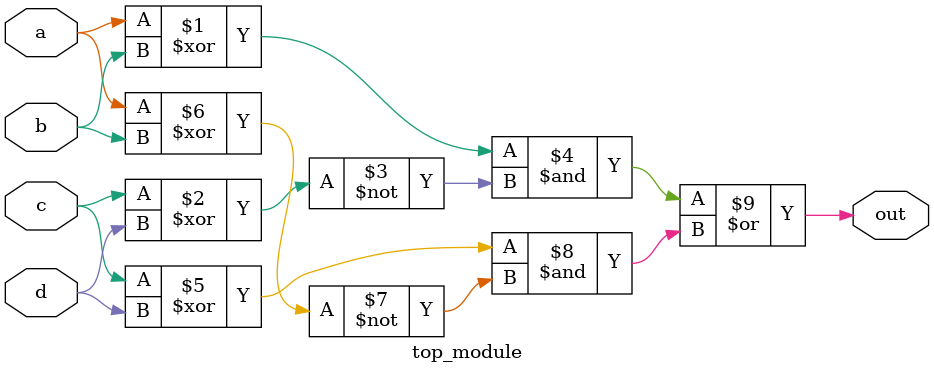
<source format=v>
module top_module(
    input a,
    input b,
    input c,
    input d,
    output out  ); 
    assign out =(a^b)&(~(c^d))|(c^d)&(~(a^b));
endmodule

</source>
